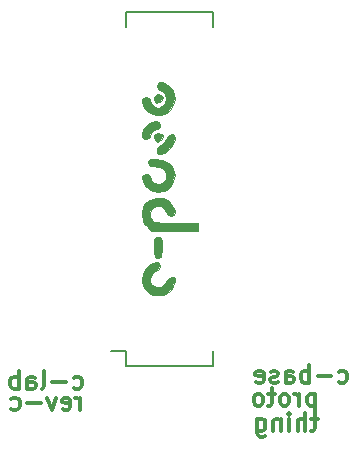
<source format=gbo>
G04 #@! TF.FileFunction,Legend,Bot*
%FSLAX46Y46*%
G04 Gerber Fmt 4.6, Leading zero omitted, Abs format (unit mm)*
G04 Created by KiCad (PCBNEW 4.0.0-rc1-stable) date Di 22 Sep 2015 21:09:19 CEST*
%MOMM*%
G01*
G04 APERTURE LIST*
%ADD10C,0.100000*%
%ADD11C,0.300000*%
%ADD12C,0.150000*%
%ADD13C,0.010000*%
G04 APERTURE END LIST*
D10*
D11*
X141576856Y-142156571D02*
X141576856Y-141156571D01*
X141576856Y-141442286D02*
X141505428Y-141299429D01*
X141433999Y-141228000D01*
X141291142Y-141156571D01*
X141148285Y-141156571D01*
X140076857Y-142085143D02*
X140219714Y-142156571D01*
X140505428Y-142156571D01*
X140648285Y-142085143D01*
X140719714Y-141942286D01*
X140719714Y-141370857D01*
X140648285Y-141228000D01*
X140505428Y-141156571D01*
X140219714Y-141156571D01*
X140076857Y-141228000D01*
X140005428Y-141370857D01*
X140005428Y-141513714D01*
X140719714Y-141656571D01*
X139505428Y-141156571D02*
X139148285Y-142156571D01*
X138791143Y-141156571D01*
X138219714Y-141585143D02*
X137076857Y-141585143D01*
X135719714Y-142085143D02*
X135862571Y-142156571D01*
X136148285Y-142156571D01*
X136291143Y-142085143D01*
X136362571Y-142013714D01*
X136434000Y-141870857D01*
X136434000Y-141442286D01*
X136362571Y-141299429D01*
X136291143Y-141228000D01*
X136148285Y-141156571D01*
X135862571Y-141156571D01*
X135719714Y-141228000D01*
X141005428Y-140307143D02*
X141148285Y-140378571D01*
X141433999Y-140378571D01*
X141576857Y-140307143D01*
X141648285Y-140235714D01*
X141719714Y-140092857D01*
X141719714Y-139664286D01*
X141648285Y-139521429D01*
X141576857Y-139450000D01*
X141433999Y-139378571D01*
X141148285Y-139378571D01*
X141005428Y-139450000D01*
X140362571Y-139807143D02*
X139219714Y-139807143D01*
X138291142Y-140378571D02*
X138434000Y-140307143D01*
X138505428Y-140164286D01*
X138505428Y-138878571D01*
X137076857Y-140378571D02*
X137076857Y-139592857D01*
X137148286Y-139450000D01*
X137291143Y-139378571D01*
X137576857Y-139378571D01*
X137719714Y-139450000D01*
X137076857Y-140307143D02*
X137219714Y-140378571D01*
X137576857Y-140378571D01*
X137719714Y-140307143D01*
X137791143Y-140164286D01*
X137791143Y-140021429D01*
X137719714Y-139878571D01*
X137576857Y-139807143D01*
X137219714Y-139807143D01*
X137076857Y-139735714D01*
X136362571Y-140378571D02*
X136362571Y-138878571D01*
X136362571Y-139450000D02*
X136219714Y-139378571D01*
X135934000Y-139378571D01*
X135791143Y-139450000D01*
X135719714Y-139521429D01*
X135648285Y-139664286D01*
X135648285Y-140092857D01*
X135719714Y-140235714D01*
X135791143Y-140307143D01*
X135934000Y-140378571D01*
X136219714Y-140378571D01*
X136362571Y-140307143D01*
X161682572Y-142934571D02*
X161111143Y-142934571D01*
X161468286Y-142434571D02*
X161468286Y-143720286D01*
X161396858Y-143863143D01*
X161254000Y-143934571D01*
X161111143Y-143934571D01*
X160611143Y-143934571D02*
X160611143Y-142434571D01*
X159968286Y-143934571D02*
X159968286Y-143148857D01*
X160039715Y-143006000D01*
X160182572Y-142934571D01*
X160396857Y-142934571D01*
X160539715Y-143006000D01*
X160611143Y-143077429D01*
X159254000Y-143934571D02*
X159254000Y-142934571D01*
X159254000Y-142434571D02*
X159325429Y-142506000D01*
X159254000Y-142577429D01*
X159182572Y-142506000D01*
X159254000Y-142434571D01*
X159254000Y-142577429D01*
X158539714Y-142934571D02*
X158539714Y-143934571D01*
X158539714Y-143077429D02*
X158468286Y-143006000D01*
X158325428Y-142934571D01*
X158111143Y-142934571D01*
X157968286Y-143006000D01*
X157896857Y-143148857D01*
X157896857Y-143934571D01*
X156539714Y-142934571D02*
X156539714Y-144148857D01*
X156611143Y-144291714D01*
X156682571Y-144363143D01*
X156825428Y-144434571D01*
X157039714Y-144434571D01*
X157182571Y-144363143D01*
X156539714Y-143863143D02*
X156682571Y-143934571D01*
X156968285Y-143934571D01*
X157111143Y-143863143D01*
X157182571Y-143791714D01*
X157254000Y-143648857D01*
X157254000Y-143220286D01*
X157182571Y-143077429D01*
X157111143Y-143006000D01*
X156968285Y-142934571D01*
X156682571Y-142934571D01*
X156539714Y-143006000D01*
X161473828Y-140826371D02*
X161473828Y-142326371D01*
X161473828Y-140897800D02*
X161330971Y-140826371D01*
X161045257Y-140826371D01*
X160902400Y-140897800D01*
X160830971Y-140969229D01*
X160759542Y-141112086D01*
X160759542Y-141540657D01*
X160830971Y-141683514D01*
X160902400Y-141754943D01*
X161045257Y-141826371D01*
X161330971Y-141826371D01*
X161473828Y-141754943D01*
X160116685Y-141826371D02*
X160116685Y-140826371D01*
X160116685Y-141112086D02*
X160045257Y-140969229D01*
X159973828Y-140897800D01*
X159830971Y-140826371D01*
X159688114Y-140826371D01*
X158973828Y-141826371D02*
X159116686Y-141754943D01*
X159188114Y-141683514D01*
X159259543Y-141540657D01*
X159259543Y-141112086D01*
X159188114Y-140969229D01*
X159116686Y-140897800D01*
X158973828Y-140826371D01*
X158759543Y-140826371D01*
X158616686Y-140897800D01*
X158545257Y-140969229D01*
X158473828Y-141112086D01*
X158473828Y-141540657D01*
X158545257Y-141683514D01*
X158616686Y-141754943D01*
X158759543Y-141826371D01*
X158973828Y-141826371D01*
X158045257Y-140826371D02*
X157473828Y-140826371D01*
X157830971Y-140326371D02*
X157830971Y-141612086D01*
X157759543Y-141754943D01*
X157616685Y-141826371D01*
X157473828Y-141826371D01*
X156759542Y-141826371D02*
X156902400Y-141754943D01*
X156973828Y-141683514D01*
X157045257Y-141540657D01*
X157045257Y-141112086D01*
X156973828Y-140969229D01*
X156902400Y-140897800D01*
X156759542Y-140826371D01*
X156545257Y-140826371D01*
X156402400Y-140897800D01*
X156330971Y-140969229D01*
X156259542Y-141112086D01*
X156259542Y-141540657D01*
X156330971Y-141683514D01*
X156402400Y-141754943D01*
X156545257Y-141826371D01*
X156759542Y-141826371D01*
X163452571Y-139799143D02*
X163595428Y-139870571D01*
X163881142Y-139870571D01*
X164024000Y-139799143D01*
X164095428Y-139727714D01*
X164166857Y-139584857D01*
X164166857Y-139156286D01*
X164095428Y-139013429D01*
X164024000Y-138942000D01*
X163881142Y-138870571D01*
X163595428Y-138870571D01*
X163452571Y-138942000D01*
X162809714Y-139299143D02*
X161666857Y-139299143D01*
X160952571Y-139870571D02*
X160952571Y-138370571D01*
X160952571Y-138942000D02*
X160809714Y-138870571D01*
X160524000Y-138870571D01*
X160381143Y-138942000D01*
X160309714Y-139013429D01*
X160238285Y-139156286D01*
X160238285Y-139584857D01*
X160309714Y-139727714D01*
X160381143Y-139799143D01*
X160524000Y-139870571D01*
X160809714Y-139870571D01*
X160952571Y-139799143D01*
X158952571Y-139870571D02*
X158952571Y-139084857D01*
X159024000Y-138942000D01*
X159166857Y-138870571D01*
X159452571Y-138870571D01*
X159595428Y-138942000D01*
X158952571Y-139799143D02*
X159095428Y-139870571D01*
X159452571Y-139870571D01*
X159595428Y-139799143D01*
X159666857Y-139656286D01*
X159666857Y-139513429D01*
X159595428Y-139370571D01*
X159452571Y-139299143D01*
X159095428Y-139299143D01*
X158952571Y-139227714D01*
X158309714Y-139799143D02*
X158166857Y-139870571D01*
X157881142Y-139870571D01*
X157738285Y-139799143D01*
X157666857Y-139656286D01*
X157666857Y-139584857D01*
X157738285Y-139442000D01*
X157881142Y-139370571D01*
X158095428Y-139370571D01*
X158238285Y-139299143D01*
X158309714Y-139156286D01*
X158309714Y-139084857D01*
X158238285Y-138942000D01*
X158095428Y-138870571D01*
X157881142Y-138870571D01*
X157738285Y-138942000D01*
X156452571Y-139799143D02*
X156595428Y-139870571D01*
X156881142Y-139870571D01*
X157023999Y-139799143D01*
X157095428Y-139656286D01*
X157095428Y-139084857D01*
X157023999Y-138942000D01*
X156881142Y-138870571D01*
X156595428Y-138870571D01*
X156452571Y-138942000D01*
X156381142Y-139084857D01*
X156381142Y-139227714D01*
X157095428Y-139370571D01*
D12*
X145423000Y-138439000D02*
X145423000Y-137169000D01*
X152773000Y-138439000D02*
X152773000Y-137169000D01*
X152773000Y-108449000D02*
X152773000Y-109719000D01*
X145423000Y-108449000D02*
X145423000Y-109719000D01*
X145423000Y-138439000D02*
X152773000Y-138439000D01*
X145423000Y-108449000D02*
X152773000Y-108449000D01*
X145423000Y-137169000D02*
X144138000Y-137169000D01*
D13*
G36*
X149514912Y-130955423D02*
X149319783Y-130937000D01*
X149044681Y-131017209D01*
X148854300Y-131293736D01*
X148843331Y-131319616D01*
X148607557Y-131650288D01*
X148363767Y-131782817D01*
X147964108Y-131786008D01*
X147670427Y-131613755D01*
X147501914Y-131329326D01*
X147477756Y-130995986D01*
X147617140Y-130677005D01*
X147939254Y-130435649D01*
X147953385Y-130429670D01*
X148249222Y-130235690D01*
X148336000Y-129969093D01*
X148272230Y-129736834D01*
X148066400Y-129675615D01*
X147696736Y-129782638D01*
X147515541Y-129863621D01*
X147108444Y-130183869D01*
X146864008Y-130638272D01*
X146792546Y-131157746D01*
X146904370Y-131673207D01*
X147183231Y-132089770D01*
X147472078Y-132328915D01*
X147780348Y-132437459D01*
X148175471Y-132461000D01*
X148603207Y-132431916D01*
X148895925Y-132316371D01*
X149135484Y-132107156D01*
X149387848Y-131757107D01*
X149548719Y-131378084D01*
X149556119Y-131345156D01*
X149592018Y-131066076D01*
X149514912Y-130955423D01*
X149514912Y-130955423D01*
G37*
X149514912Y-130955423D02*
X149319783Y-130937000D01*
X149044681Y-131017209D01*
X148854300Y-131293736D01*
X148843331Y-131319616D01*
X148607557Y-131650288D01*
X148363767Y-131782817D01*
X147964108Y-131786008D01*
X147670427Y-131613755D01*
X147501914Y-131329326D01*
X147477756Y-130995986D01*
X147617140Y-130677005D01*
X147939254Y-130435649D01*
X147953385Y-130429670D01*
X148249222Y-130235690D01*
X148336000Y-129969093D01*
X148272230Y-129736834D01*
X148066400Y-129675615D01*
X147696736Y-129782638D01*
X147515541Y-129863621D01*
X147108444Y-130183869D01*
X146864008Y-130638272D01*
X146792546Y-131157746D01*
X146904370Y-131673207D01*
X147183231Y-132089770D01*
X147472078Y-132328915D01*
X147780348Y-132437459D01*
X148175471Y-132461000D01*
X148603207Y-132431916D01*
X148895925Y-132316371D01*
X149135484Y-132107156D01*
X149387848Y-131757107D01*
X149548719Y-131378084D01*
X149556119Y-131345156D01*
X149592018Y-131066076D01*
X149514912Y-130955423D01*
G36*
X149761259Y-126365000D02*
X149007262Y-126358694D01*
X148465236Y-126337067D01*
X148093405Y-126296052D01*
X147849989Y-126231586D01*
X147729259Y-126167299D01*
X147492996Y-125882004D01*
X147447543Y-125548654D01*
X147558126Y-125229768D01*
X147789967Y-124987864D01*
X148108293Y-124885460D01*
X148407253Y-124948425D01*
X148694415Y-125175637D01*
X148843407Y-125410940D01*
X149035853Y-125670563D01*
X149285357Y-125730000D01*
X149534136Y-125665633D01*
X149597744Y-125460673D01*
X149479240Y-125097337D01*
X149416226Y-124969403D01*
X149051331Y-124507280D01*
X148566729Y-124251767D01*
X148007053Y-124215801D01*
X147444459Y-124397815D01*
X147087802Y-124653391D01*
X146888698Y-125001997D01*
X146814736Y-125508716D01*
X146812000Y-125667921D01*
X146847553Y-126095979D01*
X146987461Y-126405038D01*
X147183231Y-126628770D01*
X147554462Y-127000000D01*
X151511000Y-127000000D01*
X151511000Y-126365000D01*
X149761259Y-126365000D01*
X149761259Y-126365000D01*
G37*
X149761259Y-126365000D02*
X149007262Y-126358694D01*
X148465236Y-126337067D01*
X148093405Y-126296052D01*
X147849989Y-126231586D01*
X147729259Y-126167299D01*
X147492996Y-125882004D01*
X147447543Y-125548654D01*
X147558126Y-125229768D01*
X147789967Y-124987864D01*
X148108293Y-124885460D01*
X148407253Y-124948425D01*
X148694415Y-125175637D01*
X148843407Y-125410940D01*
X149035853Y-125670563D01*
X149285357Y-125730000D01*
X149534136Y-125665633D01*
X149597744Y-125460673D01*
X149479240Y-125097337D01*
X149416226Y-124969403D01*
X149051331Y-124507280D01*
X148566729Y-124251767D01*
X148007053Y-124215801D01*
X147444459Y-124397815D01*
X147087802Y-124653391D01*
X146888698Y-125001997D01*
X146814736Y-125508716D01*
X146812000Y-125667921D01*
X146847553Y-126095979D01*
X146987461Y-126405038D01*
X147183231Y-126628770D01*
X147554462Y-127000000D01*
X151511000Y-127000000D01*
X151511000Y-126365000D01*
X149761259Y-126365000D01*
G36*
X149453029Y-121741547D02*
X149426778Y-121687808D01*
X149062470Y-121247656D01*
X148524679Y-120983536D01*
X147897807Y-120904000D01*
X147542693Y-120916828D01*
X147373498Y-120980122D01*
X147322487Y-121131104D01*
X147320000Y-121221500D01*
X147362259Y-121450180D01*
X147540368Y-121532343D01*
X147692733Y-121539000D01*
X148224357Y-121613304D01*
X148620959Y-121813874D01*
X148847856Y-122107197D01*
X148870363Y-122459763D01*
X148809981Y-122618500D01*
X148565219Y-122938308D01*
X148229260Y-123056788D01*
X148133434Y-123061056D01*
X147818347Y-122955560D01*
X147556798Y-122698922D01*
X147447003Y-122387693D01*
X147447000Y-122386250D01*
X147341940Y-122212150D01*
X147129500Y-122174000D01*
X146885367Y-122265314D01*
X146793187Y-122501443D01*
X146850317Y-122825670D01*
X147054113Y-123181277D01*
X147183231Y-123326770D01*
X147472078Y-123565915D01*
X147780348Y-123674459D01*
X148175471Y-123698000D01*
X148601705Y-123669306D01*
X148893942Y-123554250D01*
X149142507Y-123336825D01*
X149466438Y-122839531D01*
X149573717Y-122285891D01*
X149453029Y-121741547D01*
X149453029Y-121741547D01*
G37*
X149453029Y-121741547D02*
X149426778Y-121687808D01*
X149062470Y-121247656D01*
X148524679Y-120983536D01*
X147897807Y-120904000D01*
X147542693Y-120916828D01*
X147373498Y-120980122D01*
X147322487Y-121131104D01*
X147320000Y-121221500D01*
X147362259Y-121450180D01*
X147540368Y-121532343D01*
X147692733Y-121539000D01*
X148224357Y-121613304D01*
X148620959Y-121813874D01*
X148847856Y-122107197D01*
X148870363Y-122459763D01*
X148809981Y-122618500D01*
X148565219Y-122938308D01*
X148229260Y-123056788D01*
X148133434Y-123061056D01*
X147818347Y-122955560D01*
X147556798Y-122698922D01*
X147447003Y-122387693D01*
X147447000Y-122386250D01*
X147341940Y-122212150D01*
X147129500Y-122174000D01*
X146885367Y-122265314D01*
X146793187Y-122501443D01*
X146850317Y-122825670D01*
X147054113Y-123181277D01*
X147183231Y-123326770D01*
X147472078Y-123565915D01*
X147780348Y-123674459D01*
X148175471Y-123698000D01*
X148601705Y-123669306D01*
X148893942Y-123554250D01*
X149142507Y-123336825D01*
X149466438Y-122839531D01*
X149573717Y-122285891D01*
X149453029Y-121741547D01*
G36*
X148244687Y-117802367D02*
X148008558Y-117710187D01*
X147684331Y-117767317D01*
X147328724Y-117971113D01*
X147183231Y-118100231D01*
X146918442Y-118452078D01*
X146799205Y-118796438D01*
X146828165Y-119076593D01*
X147007965Y-119235825D01*
X147129500Y-119253000D01*
X147382797Y-119189389D01*
X147447000Y-119018684D01*
X147554040Y-118727903D01*
X147808213Y-118477395D01*
X148109100Y-118364305D01*
X148123751Y-118364000D01*
X148297851Y-118258940D01*
X148336000Y-118046500D01*
X148244687Y-117802367D01*
X148244687Y-117802367D01*
G37*
X148244687Y-117802367D02*
X148008558Y-117710187D01*
X147684331Y-117767317D01*
X147328724Y-117971113D01*
X147183231Y-118100231D01*
X146918442Y-118452078D01*
X146799205Y-118796438D01*
X146828165Y-119076593D01*
X147007965Y-119235825D01*
X147129500Y-119253000D01*
X147382797Y-119189389D01*
X147447000Y-119018684D01*
X147554040Y-118727903D01*
X147808213Y-118477395D01*
X148109100Y-118364305D01*
X148123751Y-118364000D01*
X148297851Y-118258940D01*
X148336000Y-118046500D01*
X148244687Y-117802367D01*
G36*
X149549764Y-115490227D02*
X149391306Y-115130473D01*
X149136934Y-114821294D01*
X148834311Y-114586906D01*
X148531102Y-114451527D01*
X148274971Y-114439372D01*
X148113580Y-114574658D01*
X148082000Y-114744500D01*
X148140971Y-114988545D01*
X148252817Y-115062000D01*
X148507430Y-115172380D01*
X148726489Y-115441709D01*
X148840086Y-115777267D01*
X148844000Y-115846067D01*
X148747099Y-116182475D01*
X148510875Y-116459978D01*
X148217046Y-116585332D01*
X148195509Y-116586000D01*
X147894612Y-116494623D01*
X147615798Y-116276372D01*
X147456766Y-116015071D01*
X147447000Y-115943799D01*
X147368695Y-115749173D01*
X147129500Y-115697000D01*
X146896381Y-115742336D01*
X146818930Y-115929569D01*
X146815862Y-116046250D01*
X146865544Y-116394550D01*
X146949175Y-116617753D01*
X147239407Y-116905068D01*
X147686328Y-117119927D01*
X148194287Y-117218840D01*
X148275963Y-117221000D01*
X148764562Y-117105151D01*
X149175102Y-116797686D01*
X149463334Y-116358727D01*
X149585009Y-115848399D01*
X149549764Y-115490227D01*
X149549764Y-115490227D01*
G37*
X149549764Y-115490227D02*
X149391306Y-115130473D01*
X149136934Y-114821294D01*
X148834311Y-114586906D01*
X148531102Y-114451527D01*
X148274971Y-114439372D01*
X148113580Y-114574658D01*
X148082000Y-114744500D01*
X148140971Y-114988545D01*
X148252817Y-115062000D01*
X148507430Y-115172380D01*
X148726489Y-115441709D01*
X148840086Y-115777267D01*
X148844000Y-115846067D01*
X148747099Y-116182475D01*
X148510875Y-116459978D01*
X148217046Y-116585332D01*
X148195509Y-116586000D01*
X147894612Y-116494623D01*
X147615798Y-116276372D01*
X147456766Y-116015071D01*
X147447000Y-115943799D01*
X147368695Y-115749173D01*
X147129500Y-115697000D01*
X146896381Y-115742336D01*
X146818930Y-115929569D01*
X146815862Y-116046250D01*
X146865544Y-116394550D01*
X146949175Y-116617753D01*
X147239407Y-116905068D01*
X147686328Y-117119927D01*
X148194287Y-117218840D01*
X148275963Y-117221000D01*
X148764562Y-117105151D01*
X149175102Y-116797686D01*
X149463334Y-116358727D01*
X149585009Y-115848399D01*
X149549764Y-115490227D01*
G36*
X148458332Y-127932547D02*
X148431147Y-127666730D01*
X148361680Y-127544203D01*
X148230162Y-127509619D01*
X148145500Y-127508000D01*
X147979624Y-127521073D01*
X147884690Y-127597190D01*
X147840930Y-127791699D01*
X147828579Y-128159947D01*
X147828000Y-128397000D01*
X147832669Y-128861454D01*
X147859854Y-129127271D01*
X147929321Y-129249798D01*
X148060839Y-129284382D01*
X148145500Y-129286000D01*
X148311377Y-129272928D01*
X148406311Y-129196811D01*
X148450071Y-129002302D01*
X148462422Y-128634054D01*
X148463000Y-128397000D01*
X148458332Y-127932547D01*
X148458332Y-127932547D01*
G37*
X148458332Y-127932547D02*
X148431147Y-127666730D01*
X148361680Y-127544203D01*
X148230162Y-127509619D01*
X148145500Y-127508000D01*
X147979624Y-127521073D01*
X147884690Y-127597190D01*
X147840930Y-127791699D01*
X147828579Y-128159947D01*
X147828000Y-128397000D01*
X147832669Y-128861454D01*
X147859854Y-129127271D01*
X147929321Y-129249798D01*
X148060839Y-129284382D01*
X148145500Y-129286000D01*
X148311377Y-129272928D01*
X148406311Y-129196811D01*
X148450071Y-129002302D01*
X148462422Y-128634054D01*
X148463000Y-128397000D01*
X148458332Y-127932547D01*
G36*
X148547853Y-118945348D02*
X148375619Y-118792783D01*
X148149486Y-118745000D01*
X147906048Y-118795706D01*
X147829796Y-118997856D01*
X147828000Y-119066486D01*
X147898851Y-119338487D01*
X148028348Y-119464853D01*
X148273837Y-119445508D01*
X148482795Y-119268755D01*
X148564481Y-119025335D01*
X148547853Y-118945348D01*
X148547853Y-118945348D01*
G37*
X148547853Y-118945348D02*
X148375619Y-118792783D01*
X148149486Y-118745000D01*
X147906048Y-118795706D01*
X147829796Y-118997856D01*
X147828000Y-119066486D01*
X147898851Y-119338487D01*
X148028348Y-119464853D01*
X148273837Y-119445508D01*
X148482795Y-119268755D01*
X148564481Y-119025335D01*
X148547853Y-118945348D01*
G36*
X148469800Y-115578212D02*
X148253996Y-115465295D01*
X148161086Y-115468036D01*
X147941512Y-115594141D01*
X147843816Y-115824563D01*
X147889476Y-116054474D01*
X148019441Y-116159435D01*
X148271931Y-116145188D01*
X148414015Y-116054415D01*
X148536318Y-115805140D01*
X148469800Y-115578212D01*
X148469800Y-115578212D01*
G37*
X148469800Y-115578212D02*
X148253996Y-115465295D01*
X148161086Y-115468036D01*
X147941512Y-115594141D01*
X147843816Y-115824563D01*
X147889476Y-116054474D01*
X148019441Y-116159435D01*
X148271931Y-116145188D01*
X148414015Y-116054415D01*
X148536318Y-115805140D01*
X148469800Y-115578212D01*
G36*
X149525046Y-118910327D02*
X149331728Y-118848444D01*
X149100365Y-118934516D01*
X148905275Y-119156401D01*
X148862777Y-119253729D01*
X148655099Y-119583551D01*
X148405853Y-119758585D01*
X148191106Y-119923222D01*
X148078967Y-120161393D01*
X148083658Y-120387541D01*
X148219396Y-120516112D01*
X148278807Y-120523000D01*
X148713055Y-120409003D01*
X149121401Y-120112795D01*
X149438304Y-119703054D01*
X149598223Y-119248458D01*
X149606000Y-119132307D01*
X149525046Y-118910327D01*
X149525046Y-118910327D01*
G37*
X149525046Y-118910327D02*
X149331728Y-118848444D01*
X149100365Y-118934516D01*
X148905275Y-119156401D01*
X148862777Y-119253729D01*
X148655099Y-119583551D01*
X148405853Y-119758585D01*
X148191106Y-119923222D01*
X148078967Y-120161393D01*
X148083658Y-120387541D01*
X148219396Y-120516112D01*
X148278807Y-120523000D01*
X148713055Y-120409003D01*
X149121401Y-120112795D01*
X149438304Y-119703054D01*
X149598223Y-119248458D01*
X149606000Y-119132307D01*
X149525046Y-118910327D01*
M02*

</source>
